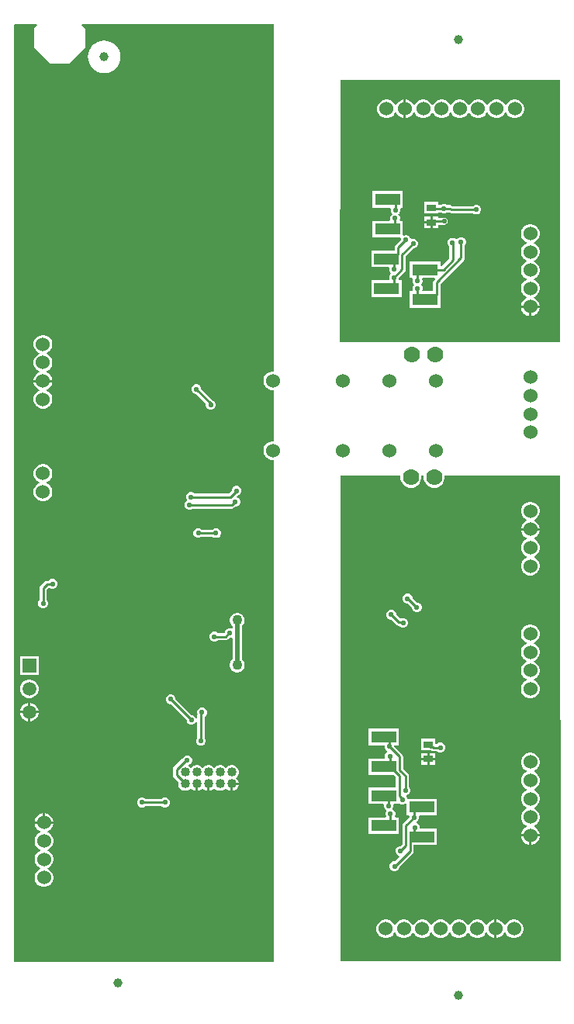
<source format=gbl>
G04*
G04 #@! TF.GenerationSoftware,Altium Limited,Altium Designer,21.2.2 (38)*
G04*
G04 Layer_Physical_Order=2*
G04 Layer_Color=16711680*
%FSLAX25Y25*%
%MOIN*%
G70*
G04*
G04 #@! TF.SameCoordinates,2AD91DA3-6C52-4226-ACA0-88A5DAF987E7*
G04*
G04*
G04 #@! TF.FilePolarity,Positive*
G04*
G01*
G75*
%ADD12C,0.01000*%
%ADD70R,0.04000X0.03000*%
%ADD72R,0.11024X0.05118*%
%ADD74C,0.03937*%
%ADD83C,0.01968*%
%ADD84C,0.06000*%
%ADD85C,0.04000*%
%ADD86C,0.07000*%
%ADD87C,0.05906*%
%ADD88R,0.05906X0.05906*%
%ADD89C,0.02165*%
%ADD90C,0.02165*%
%ADD91C,0.02000*%
%ADD92C,0.04300*%
G36*
X400000Y464961D02*
X305866D01*
X305513Y465315D01*
X305906Y577953D01*
X400000D01*
Y464961D01*
D02*
G37*
G36*
X400263Y407638D02*
X400444Y199436D01*
X400090Y199082D01*
X305767D01*
Y407840D01*
X331439D01*
X331563Y407679D01*
Y406494D01*
X331870Y405350D01*
X332462Y404324D01*
X333300Y403486D01*
X334326Y402893D01*
X335471Y402587D01*
X336655D01*
X337800Y402893D01*
X338826Y403486D01*
X339664Y404324D01*
X340256Y405350D01*
X340563Y406494D01*
Y407679D01*
X340687Y407840D01*
X341439D01*
X341563Y407679D01*
Y406494D01*
X341870Y405350D01*
X342462Y404324D01*
X343300Y403486D01*
X344326Y402893D01*
X345471Y402587D01*
X346655D01*
X347800Y402893D01*
X348826Y403486D01*
X349664Y404324D01*
X350256Y405350D01*
X350563Y406494D01*
Y407679D01*
X350687Y407840D01*
X400061D01*
X400263Y407638D01*
D02*
G37*
G36*
X175221Y601814D02*
X175413Y601352D01*
X173987Y599926D01*
Y595926D01*
Y591926D01*
X180987Y584926D01*
X188987D01*
X195987Y591926D01*
Y595926D01*
Y599926D01*
X194562Y601352D01*
X194753Y601814D01*
X277192Y601814D01*
X277192Y452504D01*
X276166D01*
X275149Y452231D01*
X274237Y451705D01*
X273492Y450960D01*
X272966Y450048D01*
X272693Y449031D01*
Y447977D01*
X272966Y446960D01*
X273492Y446048D01*
X274237Y445303D01*
X275149Y444776D01*
X276166Y444504D01*
X277192D01*
Y422504D01*
X276166D01*
X275149Y422231D01*
X274237Y421705D01*
X273492Y420960D01*
X272966Y420048D01*
X272693Y419031D01*
Y417977D01*
X272966Y416960D01*
X273492Y416048D01*
X274237Y415303D01*
X275149Y414777D01*
X276166Y414504D01*
X277192D01*
X277192Y198645D01*
X165469D01*
X165350Y601460D01*
X165703Y601814D01*
X175221Y601814D01*
D02*
G37*
%LPC*%
G36*
X381235Y569354D02*
X380182D01*
X379165Y569082D01*
X378253Y568555D01*
X377508Y567810D01*
X377048Y567015D01*
X376837Y566964D01*
X376706D01*
X376495Y567015D01*
X376035Y567810D01*
X375291Y568555D01*
X374379Y569082D01*
X373361Y569354D01*
X372308D01*
X371291Y569082D01*
X370379Y568555D01*
X369634Y567810D01*
X369175Y567015D01*
X368963Y566964D01*
X368832D01*
X368621Y567015D01*
X368161Y567810D01*
X367417Y568555D01*
X366505Y569082D01*
X365487Y569354D01*
X364434D01*
X363417Y569082D01*
X362505Y568555D01*
X361760Y567810D01*
X361300Y567015D01*
X361089Y566964D01*
X360958D01*
X360747Y567015D01*
X360287Y567810D01*
X359543Y568555D01*
X358630Y569082D01*
X357613Y569354D01*
X356560D01*
X355543Y569082D01*
X354630Y568555D01*
X353886Y567810D01*
X353426Y567015D01*
X353215Y566964D01*
X353084D01*
X352873Y567015D01*
X352413Y567810D01*
X351669Y568555D01*
X350757Y569082D01*
X349739Y569354D01*
X348686D01*
X347669Y569082D01*
X346757Y568555D01*
X346012Y567810D01*
X345552Y567015D01*
X345341Y566964D01*
X345210D01*
X344999Y567015D01*
X344539Y567810D01*
X343795Y568555D01*
X342882Y569082D01*
X341865Y569354D01*
X340812D01*
X339795Y569082D01*
X338882Y568555D01*
X338138Y567810D01*
X337678Y567015D01*
X337467Y566964D01*
X337336D01*
X337125Y567015D01*
X336665Y567810D01*
X335921Y568555D01*
X335009Y569082D01*
X333991Y569354D01*
X333965D01*
Y565354D01*
Y561354D01*
X333991D01*
X335009Y561627D01*
X335921Y562153D01*
X336665Y562898D01*
X337125Y563694D01*
X337336Y563744D01*
X337467D01*
X337678Y563694D01*
X338138Y562898D01*
X338882Y562153D01*
X339795Y561627D01*
X340812Y561354D01*
X341865D01*
X342882Y561627D01*
X343795Y562153D01*
X344539Y562898D01*
X344999Y563694D01*
X345210Y563744D01*
X345341D01*
X345552Y563694D01*
X346012Y562898D01*
X346757Y562153D01*
X347669Y561627D01*
X348686Y561354D01*
X349739D01*
X350757Y561627D01*
X351669Y562153D01*
X352413Y562898D01*
X352873Y563694D01*
X353084Y563744D01*
X353215D01*
X353426Y563694D01*
X353886Y562898D01*
X354630Y562153D01*
X355543Y561627D01*
X356560Y561354D01*
X357613D01*
X358630Y561627D01*
X359543Y562153D01*
X360287Y562898D01*
X360747Y563694D01*
X360958Y563744D01*
X361089D01*
X361300Y563694D01*
X361760Y562898D01*
X362505Y562153D01*
X363417Y561627D01*
X364434Y561354D01*
X365487D01*
X366505Y561627D01*
X367417Y562153D01*
X368161Y562898D01*
X368621Y563694D01*
X368832Y563744D01*
X368963D01*
X369175Y563694D01*
X369634Y562898D01*
X370379Y562153D01*
X371291Y561627D01*
X372308Y561354D01*
X373361D01*
X374379Y561627D01*
X375291Y562153D01*
X376035Y562898D01*
X376495Y563694D01*
X376706Y563744D01*
X376837D01*
X377048Y563694D01*
X377508Y562898D01*
X378253Y562153D01*
X379165Y561627D01*
X380182Y561354D01*
X381235D01*
X382253Y561627D01*
X383165Y562153D01*
X383910Y562898D01*
X384436Y563810D01*
X384709Y564828D01*
Y565881D01*
X384436Y566898D01*
X383910Y567810D01*
X383165Y568555D01*
X382253Y569082D01*
X381235Y569354D01*
D02*
G37*
G36*
X332965D02*
X332938D01*
X331921Y569082D01*
X331009Y568555D01*
X330264Y567810D01*
X329804Y567015D01*
X329593Y566964D01*
X329462D01*
X329251Y567015D01*
X328791Y567810D01*
X328047Y568555D01*
X327134Y569082D01*
X326117Y569354D01*
X325064D01*
X324047Y569082D01*
X323134Y568555D01*
X322390Y567810D01*
X321863Y566898D01*
X321590Y565881D01*
Y564828D01*
X321863Y563810D01*
X322390Y562898D01*
X323134Y562153D01*
X324047Y561627D01*
X325064Y561354D01*
X326117D01*
X327134Y561627D01*
X328047Y562153D01*
X328791Y562898D01*
X329251Y563694D01*
X329462Y563744D01*
X329593D01*
X329804Y563694D01*
X330264Y562898D01*
X331009Y562153D01*
X331921Y561627D01*
X332938Y561354D01*
X332965D01*
Y565354D01*
Y569354D01*
D02*
G37*
G36*
X347882Y525309D02*
X341882D01*
Y520309D01*
X347882D01*
Y520927D01*
X348829D01*
X349065Y520690D01*
X349831Y520373D01*
X350659D01*
X351425Y520690D01*
X351661Y520927D01*
X352305D01*
X352743Y520634D01*
X353328Y520518D01*
X362757D01*
X362994Y520282D01*
X363759Y519965D01*
X364587D01*
X365353Y520282D01*
X365939Y520867D01*
X366256Y521633D01*
Y522462D01*
X365939Y523227D01*
X365353Y523813D01*
X364587Y524130D01*
X363759D01*
X362994Y523813D01*
X362757Y523577D01*
X353942D01*
X353504Y523869D01*
X352919Y523985D01*
X351661D01*
X351425Y524222D01*
X350659Y524539D01*
X349831D01*
X349065Y524222D01*
X348829Y523985D01*
X347882D01*
Y525309D01*
D02*
G37*
G36*
X344382Y519061D02*
X341882D01*
Y517061D01*
X344382D01*
Y519061D01*
D02*
G37*
G36*
X347882D02*
X345382D01*
Y516561D01*
Y514061D01*
X347882D01*
Y515534D01*
X350342D01*
X350927Y515650D01*
X351423Y515981D01*
X351755Y516478D01*
X351871Y517063D01*
X351755Y517648D01*
X351423Y518144D01*
X350927Y518476D01*
X350342Y518592D01*
X347882D01*
Y519061D01*
D02*
G37*
G36*
X344382Y516061D02*
X341882D01*
Y514061D01*
X344382D01*
Y516061D01*
D02*
G37*
G36*
X358040Y510254D02*
X357211D01*
X356446Y509937D01*
X355860Y509351D01*
X355339Y509401D01*
X355101Y509640D01*
X354335Y509957D01*
X353507D01*
X352742Y509640D01*
X352156Y509054D01*
X351839Y508288D01*
Y507460D01*
X352156Y506694D01*
X352589Y506261D01*
Y500980D01*
X349401Y497792D01*
X348638D01*
Y499822D01*
X335614D01*
Y492704D01*
X336636D01*
X336970Y492204D01*
X336828Y491861D01*
Y491032D01*
X337145Y490267D01*
X337579Y489832D01*
X337138Y489391D01*
X336821Y488626D01*
Y487797D01*
X336934Y487524D01*
X336600Y487024D01*
X335614D01*
Y479906D01*
X348638D01*
Y485376D01*
X348667Y485524D01*
Y490205D01*
X358707Y500245D01*
X359038Y500741D01*
X359155Y501326D01*
Y506755D01*
X359391Y506991D01*
X359708Y507757D01*
Y508586D01*
X359391Y509351D01*
X358805Y509937D01*
X358040Y510254D01*
D02*
G37*
G36*
X332496Y530037D02*
X319472D01*
Y522919D01*
X327221D01*
X327499Y522503D01*
X327374Y522202D01*
Y521374D01*
X327691Y520608D01*
X328084Y520216D01*
X328081Y520202D01*
X327495Y519617D01*
X327178Y518851D01*
Y518023D01*
X327296Y517739D01*
X326962Y517239D01*
X319472D01*
Y510120D01*
X331595D01*
X331873Y509705D01*
X331776Y509469D01*
Y509135D01*
X329433Y506793D01*
X329102Y506297D01*
X328986Y505712D01*
Y504446D01*
X319079D01*
Y497328D01*
X326421D01*
X326699Y496913D01*
X326682Y496871D01*
Y496043D01*
X326999Y495277D01*
X327268Y495009D01*
X327569Y494675D01*
X327268Y494355D01*
X326992Y494079D01*
X326674Y493314D01*
Y492485D01*
X326814Y492148D01*
X326480Y491648D01*
X319079D01*
Y484530D01*
X332102D01*
Y491648D01*
X331034D01*
X330700Y492148D01*
X330840Y492485D01*
Y492717D01*
X333384Y495261D01*
X333715Y495757D01*
X333832Y496342D01*
Y502017D01*
X337141Y505327D01*
X337475D01*
X338241Y505644D01*
X338826Y506229D01*
X339144Y506995D01*
Y507823D01*
X338826Y508589D01*
X338241Y509175D01*
X337475Y509492D01*
X336647D01*
X336403Y509391D01*
X335845Y509701D01*
X335624Y510235D01*
X335038Y510821D01*
X334273Y511138D01*
X333444D01*
X332996Y510952D01*
X332496Y511286D01*
Y517239D01*
X331560D01*
X331226Y517739D01*
X331344Y518023D01*
Y518851D01*
X331026Y519617D01*
X330634Y520009D01*
X330637Y520022D01*
X331223Y520608D01*
X331540Y521374D01*
Y522202D01*
X331415Y522503D01*
X331693Y522919D01*
X332496D01*
Y530037D01*
D02*
G37*
G36*
X387845Y515811D02*
X386792D01*
X385775Y515538D01*
X384863Y515012D01*
X384118Y514267D01*
X383592Y513355D01*
X383319Y512338D01*
Y511284D01*
X383592Y510267D01*
X384118Y509355D01*
X384863Y508610D01*
X385659Y508151D01*
X385709Y507940D01*
Y507808D01*
X385659Y507597D01*
X384863Y507138D01*
X384118Y506393D01*
X383592Y505481D01*
X383319Y504464D01*
Y503410D01*
X383592Y502393D01*
X384118Y501481D01*
X384863Y500736D01*
X385659Y500277D01*
X385709Y500066D01*
Y499934D01*
X385659Y499723D01*
X384863Y499264D01*
X384118Y498519D01*
X383592Y497607D01*
X383319Y496590D01*
Y495536D01*
X383592Y494519D01*
X384118Y493607D01*
X384863Y492862D01*
X385659Y492403D01*
X385709Y492192D01*
Y492060D01*
X385659Y491849D01*
X384863Y491390D01*
X384118Y490645D01*
X383592Y489733D01*
X383319Y488716D01*
Y487662D01*
X383592Y486645D01*
X384118Y485733D01*
X384863Y484988D01*
X385659Y484529D01*
X385709Y484318D01*
Y484186D01*
X385659Y483975D01*
X384863Y483516D01*
X384118Y482771D01*
X383592Y481859D01*
X383319Y480842D01*
Y480815D01*
X387319D01*
X391319D01*
Y480842D01*
X391046Y481859D01*
X390520Y482771D01*
X389775Y483516D01*
X388979Y483975D01*
X388929Y484186D01*
Y484318D01*
X388979Y484529D01*
X389775Y484988D01*
X390520Y485733D01*
X391046Y486645D01*
X391319Y487662D01*
Y488716D01*
X391046Y489733D01*
X390520Y490645D01*
X389775Y491390D01*
X388979Y491849D01*
X388929Y492060D01*
Y492192D01*
X388979Y492403D01*
X389775Y492862D01*
X390520Y493607D01*
X391046Y494519D01*
X391319Y495536D01*
Y496590D01*
X391046Y497607D01*
X390520Y498519D01*
X389775Y499264D01*
X388979Y499723D01*
X388929Y499934D01*
Y500066D01*
X388979Y500277D01*
X389775Y500736D01*
X390520Y501481D01*
X391046Y502393D01*
X391319Y503410D01*
Y504464D01*
X391046Y505481D01*
X390520Y506393D01*
X389775Y507138D01*
X388979Y507597D01*
X388929Y507808D01*
Y507940D01*
X388979Y508151D01*
X389775Y508610D01*
X390520Y509355D01*
X391046Y510267D01*
X391319Y511284D01*
Y512338D01*
X391046Y513355D01*
X390520Y514267D01*
X389775Y515012D01*
X388863Y515538D01*
X387845Y515811D01*
D02*
G37*
G36*
X391319Y479815D02*
X387819D01*
Y476315D01*
X387845D01*
X388863Y476588D01*
X389775Y477114D01*
X390520Y477859D01*
X391046Y478771D01*
X391319Y479788D01*
Y479815D01*
D02*
G37*
G36*
X386819D02*
X383319D01*
Y479788D01*
X383592Y478771D01*
X384118Y477859D01*
X384863Y477114D01*
X385775Y476588D01*
X386792Y476315D01*
X386819D01*
Y479815D01*
D02*
G37*
%LPD*%
G36*
X346378Y492242D02*
X346056Y491920D01*
X345725Y491424D01*
X345608Y490839D01*
Y487024D01*
X341207D01*
X340873Y487524D01*
X340986Y487797D01*
Y488626D01*
X340669Y489391D01*
X340235Y489825D01*
X340676Y490267D01*
X340993Y491032D01*
Y491861D01*
X340851Y492204D01*
X341185Y492704D01*
X346187D01*
X346378Y492242D01*
D02*
G37*
%LPC*%
G36*
X387928Y396520D02*
X386875D01*
X385858Y396247D01*
X384946Y395721D01*
X384201Y394976D01*
X383674Y394064D01*
X383402Y393046D01*
Y391993D01*
X383674Y390976D01*
X384201Y390064D01*
X384946Y389319D01*
X385741Y388860D01*
X385792Y388648D01*
Y388517D01*
X385741Y388306D01*
X384946Y387846D01*
X384201Y387102D01*
X383674Y386190D01*
X383402Y385172D01*
Y385146D01*
X387402D01*
X391402D01*
Y385172D01*
X391129Y386190D01*
X390602Y387102D01*
X389858Y387846D01*
X389062Y388306D01*
X389011Y388517D01*
Y388648D01*
X389062Y388860D01*
X389858Y389319D01*
X390602Y390064D01*
X391129Y390976D01*
X391402Y391993D01*
Y393046D01*
X391129Y394064D01*
X390602Y394976D01*
X389858Y395721D01*
X388946Y396247D01*
X387928Y396520D01*
D02*
G37*
G36*
X391402Y384146D02*
X387402D01*
X383402D01*
Y384119D01*
X383674Y383102D01*
X384201Y382190D01*
X384946Y381445D01*
X385741Y380985D01*
X385792Y380774D01*
Y380643D01*
X385741Y380432D01*
X384946Y379972D01*
X384201Y379228D01*
X383674Y378316D01*
X383402Y377298D01*
Y376245D01*
X383674Y375228D01*
X384201Y374316D01*
X384946Y373571D01*
X385741Y373112D01*
X385792Y372900D01*
Y372769D01*
X385741Y372558D01*
X384946Y372098D01*
X384201Y371354D01*
X383674Y370442D01*
X383402Y369424D01*
Y368371D01*
X383674Y367354D01*
X384201Y366442D01*
X384946Y365697D01*
X385858Y365170D01*
X386875Y364898D01*
X387928D01*
X388946Y365170D01*
X389858Y365697D01*
X390602Y366442D01*
X391129Y367354D01*
X391402Y368371D01*
Y369424D01*
X391129Y370442D01*
X390602Y371354D01*
X389858Y372098D01*
X389062Y372558D01*
X389011Y372769D01*
Y372900D01*
X389062Y373112D01*
X389858Y373571D01*
X390602Y374316D01*
X391129Y375228D01*
X391402Y376245D01*
Y377298D01*
X391129Y378316D01*
X390602Y379228D01*
X389858Y379972D01*
X389062Y380432D01*
X389011Y380643D01*
Y380774D01*
X389062Y380985D01*
X389858Y381445D01*
X390602Y382190D01*
X391129Y383102D01*
X391402Y384119D01*
Y384146D01*
D02*
G37*
G36*
X335016Y356979D02*
X334187D01*
X333422Y356662D01*
X332836Y356076D01*
X332519Y355311D01*
Y354482D01*
X332836Y353716D01*
X333422Y353131D01*
X334187Y352814D01*
X334654D01*
X336500Y350968D01*
Y350767D01*
X336817Y350001D01*
X337403Y349415D01*
X338168Y349098D01*
X338997D01*
X339762Y349415D01*
X340348Y350001D01*
X340665Y350767D01*
Y351595D01*
X340348Y352361D01*
X339762Y352947D01*
X338997Y353264D01*
X338530D01*
X336684Y355109D01*
Y355311D01*
X336367Y356076D01*
X335781Y356662D01*
X335016Y356979D01*
D02*
G37*
G36*
X327973Y350114D02*
X327145D01*
X326379Y349797D01*
X325793Y349211D01*
X325476Y348446D01*
Y347617D01*
X325793Y346852D01*
X326379Y346266D01*
X327145Y345949D01*
X327479D01*
X329798Y343630D01*
X330294Y343298D01*
X330879Y343182D01*
X331038D01*
X331497Y342723D01*
X332263Y342406D01*
X333091D01*
X333857Y342723D01*
X334443Y343308D01*
X334760Y344074D01*
Y344902D01*
X334443Y345668D01*
X333857Y346254D01*
X333091Y346571D01*
X332263D01*
X331499Y346254D01*
X329642Y348112D01*
Y348446D01*
X329325Y349211D01*
X328739Y349797D01*
X327973Y350114D01*
D02*
G37*
G36*
X387845Y343764D02*
X386792D01*
X385775Y343491D01*
X384863Y342965D01*
X384118Y342220D01*
X383592Y341308D01*
X383319Y340290D01*
Y339237D01*
X383592Y338220D01*
X384118Y337308D01*
X384863Y336563D01*
X385659Y336104D01*
X385709Y335893D01*
Y335761D01*
X385659Y335550D01*
X384863Y335091D01*
X384118Y334346D01*
X383592Y333434D01*
X383319Y332416D01*
Y331363D01*
X383592Y330346D01*
X384118Y329434D01*
X384863Y328689D01*
X385659Y328230D01*
X385709Y328018D01*
Y327887D01*
X385659Y327676D01*
X384863Y327217D01*
X384118Y326472D01*
X383592Y325560D01*
X383319Y324542D01*
Y323489D01*
X383592Y322472D01*
X384118Y321560D01*
X384863Y320815D01*
X385659Y320356D01*
X385709Y320145D01*
Y320013D01*
X385659Y319802D01*
X384863Y319342D01*
X384118Y318598D01*
X383592Y317686D01*
X383319Y316668D01*
Y315615D01*
X383592Y314598D01*
X384118Y313686D01*
X384863Y312941D01*
X385775Y312414D01*
X386792Y312142D01*
X387845D01*
X388863Y312414D01*
X389775Y312941D01*
X390520Y313686D01*
X391046Y314598D01*
X391319Y315615D01*
Y316668D01*
X391046Y317686D01*
X390520Y318598D01*
X389775Y319342D01*
X388979Y319802D01*
X388929Y320013D01*
Y320145D01*
X388979Y320356D01*
X389775Y320815D01*
X390520Y321560D01*
X391046Y322472D01*
X391319Y323489D01*
Y324542D01*
X391046Y325560D01*
X390520Y326472D01*
X389775Y327217D01*
X388979Y327676D01*
X388929Y327887D01*
Y328018D01*
X388979Y328230D01*
X389775Y328689D01*
X390520Y329434D01*
X391046Y330346D01*
X391319Y331363D01*
Y332416D01*
X391046Y333434D01*
X390520Y334346D01*
X389775Y335091D01*
X388979Y335550D01*
X388929Y335761D01*
Y335893D01*
X388979Y336104D01*
X389775Y336563D01*
X390520Y337308D01*
X391046Y338220D01*
X391319Y339237D01*
Y340290D01*
X391046Y341308D01*
X390520Y342220D01*
X389775Y342965D01*
X388863Y343491D01*
X387845Y343764D01*
D02*
G37*
G36*
X346604Y294772D02*
X340604D01*
Y289772D01*
X344456D01*
X344604Y289742D01*
X344898D01*
X345200Y289541D01*
X345785Y289424D01*
X347270D01*
X347506Y289188D01*
X348271Y288871D01*
X349100D01*
X349865Y289188D01*
X350451Y289774D01*
X350768Y290539D01*
Y291368D01*
X350451Y292133D01*
X349865Y292719D01*
X349100Y293036D01*
X348271D01*
X347506Y292719D01*
X347270Y292483D01*
X346604D01*
Y294772D01*
D02*
G37*
G36*
Y288524D02*
X344104D01*
Y286524D01*
X346604D01*
Y288524D01*
D02*
G37*
G36*
X343104D02*
X340604D01*
Y286524D01*
X343104D01*
Y288524D01*
D02*
G37*
G36*
X346604Y285524D02*
X344104D01*
Y283524D01*
X346604D01*
Y285524D01*
D02*
G37*
G36*
X343104D02*
X340604D01*
Y283524D01*
X343104D01*
Y285524D01*
D02*
G37*
G36*
X387928Y288646D02*
X386875D01*
X385858Y288373D01*
X384946Y287846D01*
X384201Y287102D01*
X383674Y286190D01*
X383402Y285172D01*
Y284119D01*
X383674Y283102D01*
X384201Y282190D01*
X384946Y281445D01*
X385741Y280985D01*
X385792Y280774D01*
Y280643D01*
X385741Y280432D01*
X384946Y279973D01*
X384201Y279228D01*
X383674Y278316D01*
X383402Y277298D01*
Y276245D01*
X383674Y275228D01*
X384201Y274316D01*
X384946Y273571D01*
X385741Y273112D01*
X385792Y272900D01*
Y272769D01*
X385741Y272558D01*
X384946Y272098D01*
X384201Y271354D01*
X383674Y270442D01*
X383402Y269424D01*
Y268371D01*
X383674Y267354D01*
X384201Y266442D01*
X384946Y265697D01*
X385741Y265237D01*
X385792Y265026D01*
Y264895D01*
X385741Y264684D01*
X384946Y264224D01*
X384201Y263480D01*
X383674Y262568D01*
X383402Y261550D01*
Y260497D01*
X383674Y259480D01*
X384201Y258568D01*
X384946Y257823D01*
X385741Y257364D01*
X385792Y257152D01*
Y257021D01*
X385741Y256810D01*
X384946Y256350D01*
X384201Y255606D01*
X383674Y254694D01*
X383402Y253676D01*
Y253650D01*
X387402D01*
X391402D01*
Y253676D01*
X391129Y254694D01*
X390602Y255606D01*
X389858Y256350D01*
X389062Y256810D01*
X389011Y257021D01*
Y257152D01*
X389062Y257364D01*
X389858Y257823D01*
X390602Y258568D01*
X391129Y259480D01*
X391402Y260497D01*
Y261550D01*
X391129Y262568D01*
X390602Y263480D01*
X389858Y264224D01*
X389062Y264684D01*
X389011Y264895D01*
Y265026D01*
X389062Y265237D01*
X389858Y265697D01*
X390602Y266442D01*
X391129Y267354D01*
X391402Y268371D01*
Y269424D01*
X391129Y270442D01*
X390602Y271354D01*
X389858Y272098D01*
X389062Y272558D01*
X389011Y272769D01*
Y272900D01*
X389062Y273112D01*
X389858Y273571D01*
X390602Y274316D01*
X391129Y275228D01*
X391402Y276245D01*
Y277298D01*
X391129Y278316D01*
X390602Y279228D01*
X389858Y279973D01*
X389062Y280432D01*
X389011Y280643D01*
Y280774D01*
X389062Y280985D01*
X389858Y281445D01*
X390602Y282190D01*
X391129Y283102D01*
X391402Y284119D01*
Y285172D01*
X391129Y286190D01*
X390602Y287102D01*
X389858Y287846D01*
X388946Y288373D01*
X387928Y288646D01*
D02*
G37*
G36*
X391402Y252650D02*
X387902D01*
Y249150D01*
X387928D01*
X388946Y249422D01*
X389858Y249949D01*
X390602Y250694D01*
X391129Y251606D01*
X391402Y252623D01*
Y252650D01*
D02*
G37*
G36*
X386902D02*
X383402D01*
Y252623D01*
X383674Y251606D01*
X384201Y250694D01*
X384946Y249949D01*
X385858Y249422D01*
X386875Y249150D01*
X386902D01*
Y252650D01*
D02*
G37*
G36*
X330905Y298989D02*
X317882D01*
Y291871D01*
X324651D01*
X324747Y291727D01*
Y290898D01*
X325065Y290133D01*
X325650Y289547D01*
X325866Y289458D01*
Y288916D01*
X325814Y288895D01*
X325229Y288309D01*
X324911Y287544D01*
Y286715D01*
X324956Y286606D01*
X324679Y286191D01*
X317882D01*
Y279073D01*
X328666D01*
X329635Y278104D01*
Y273746D01*
X317940D01*
Y266628D01*
X324187D01*
X324409Y266296D01*
Y265468D01*
X324726Y264702D01*
X325312Y264116D01*
X325366Y264094D01*
X325426Y263791D01*
X325429Y263527D01*
X325146Y262843D01*
Y262014D01*
X325380Y261448D01*
X325128Y260980D01*
X325087Y260947D01*
X317940D01*
Y253829D01*
X330964D01*
Y260947D01*
X329369D01*
X329328Y260980D01*
X329076Y261448D01*
X329311Y262014D01*
Y262843D01*
X328994Y263608D01*
X328408Y264194D01*
X328354Y264216D01*
X328293Y264520D01*
X328291Y264784D01*
X328574Y265468D01*
Y266296D01*
X328796Y266628D01*
X330964D01*
X330964Y266628D01*
Y266628D01*
X331464Y266682D01*
X331945Y266482D01*
X332774D01*
X333539Y266799D01*
X333664Y266924D01*
X334164Y266717D01*
Y261782D01*
X335077D01*
X335355Y261366D01*
X335351Y261355D01*
Y261021D01*
X332823Y258493D01*
X332491Y257997D01*
X332375Y257412D01*
Y249446D01*
X331516Y248587D01*
X331182D01*
X330416Y248270D01*
X329830Y247684D01*
X329513Y246919D01*
Y246090D01*
X329830Y245325D01*
X330416Y244739D01*
X330916Y244532D01*
X331050Y243960D01*
X329106Y242015D01*
X328586D01*
X327820Y241698D01*
X327234Y241112D01*
X326917Y240347D01*
Y239518D01*
X327234Y238753D01*
X327820Y238167D01*
X328586Y237850D01*
X329414D01*
X330180Y238167D01*
X330766Y238753D01*
X331083Y239518D01*
Y239666D01*
X336773Y245357D01*
X337105Y245853D01*
X337221Y246438D01*
Y248983D01*
X347187D01*
Y256101D01*
X339834D01*
X339775Y256190D01*
Y257018D01*
X339458Y257784D01*
X338873Y258369D01*
X338423Y258556D01*
Y259097D01*
X338613Y259175D01*
X339199Y259761D01*
X339516Y260527D01*
Y261355D01*
X339511Y261366D01*
X339789Y261782D01*
X347187D01*
Y268900D01*
X334442D01*
Y268979D01*
X334125Y269745D01*
X333979Y269891D01*
X334161Y270391D01*
X334926Y270708D01*
X335512Y271294D01*
X335829Y272059D01*
Y272888D01*
X335512Y273653D01*
X335276Y273890D01*
Y278704D01*
X335160Y279289D01*
X334828Y279785D01*
X332712Y281901D01*
Y286961D01*
X332595Y287546D01*
X332264Y288042D01*
X328935Y291371D01*
X328961Y291799D01*
X329009Y291871D01*
X330905D01*
Y298989D01*
D02*
G37*
G36*
X371941Y217032D02*
X371914D01*
X370897Y216759D01*
X369985Y216232D01*
X369240Y215488D01*
X368781Y214692D01*
X368570Y214641D01*
X368438D01*
X368227Y214692D01*
X367768Y215488D01*
X367023Y216232D01*
X366111Y216759D01*
X365093Y217032D01*
X364040D01*
X363023Y216759D01*
X362111Y216232D01*
X361366Y215488D01*
X360907Y214692D01*
X360696Y214641D01*
X360564D01*
X360353Y214692D01*
X359894Y215488D01*
X359149Y216232D01*
X358237Y216759D01*
X357220Y217032D01*
X356166D01*
X355149Y216759D01*
X354237Y216232D01*
X353492Y215488D01*
X353033Y214692D01*
X352822Y214641D01*
X352690D01*
X352479Y214692D01*
X352020Y215488D01*
X351275Y216232D01*
X350363Y216759D01*
X349345Y217032D01*
X348292D01*
X347275Y216759D01*
X346363Y216232D01*
X345618Y215488D01*
X345159Y214692D01*
X344948Y214641D01*
X344816D01*
X344605Y214692D01*
X344146Y215488D01*
X343401Y216232D01*
X342489Y216759D01*
X341472Y217032D01*
X340418D01*
X339401Y216759D01*
X338489Y216232D01*
X337744Y215488D01*
X337285Y214692D01*
X337073Y214641D01*
X336942D01*
X336731Y214692D01*
X336272Y215488D01*
X335527Y216232D01*
X334615Y216759D01*
X333597Y217032D01*
X332544D01*
X331527Y216759D01*
X330615Y216232D01*
X329870Y215488D01*
X329411Y214692D01*
X329200Y214641D01*
X329068D01*
X328857Y214692D01*
X328398Y215488D01*
X327653Y216232D01*
X326741Y216759D01*
X325724Y217032D01*
X324670D01*
X323653Y216759D01*
X322741Y216232D01*
X321996Y215488D01*
X321469Y214575D01*
X321197Y213558D01*
Y212505D01*
X321469Y211488D01*
X321996Y210575D01*
X322741Y209831D01*
X323653Y209304D01*
X324670Y209032D01*
X325724D01*
X326741Y209304D01*
X327653Y209831D01*
X328398Y210575D01*
X328857Y211371D01*
X329068Y211422D01*
X329200D01*
X329411Y211371D01*
X329870Y210575D01*
X330615Y209831D01*
X331527Y209304D01*
X332544Y209032D01*
X333597D01*
X334615Y209304D01*
X335527Y209831D01*
X336272Y210575D01*
X336731Y211371D01*
X336942Y211422D01*
X337073D01*
X337285Y211371D01*
X337744Y210575D01*
X338489Y209831D01*
X339401Y209304D01*
X340418Y209032D01*
X341472D01*
X342489Y209304D01*
X343401Y209831D01*
X344146Y210575D01*
X344605Y211371D01*
X344816Y211422D01*
X344948D01*
X345159Y211371D01*
X345618Y210575D01*
X346363Y209831D01*
X347275Y209304D01*
X348292Y209032D01*
X349345D01*
X350363Y209304D01*
X351275Y209831D01*
X352020Y210575D01*
X352479Y211371D01*
X352690Y211422D01*
X352822D01*
X353033Y211371D01*
X353492Y210575D01*
X354237Y209831D01*
X355149Y209304D01*
X356166Y209032D01*
X357220D01*
X358237Y209304D01*
X359149Y209831D01*
X359894Y210575D01*
X360353Y211371D01*
X360564Y211422D01*
X360696D01*
X360907Y211371D01*
X361366Y210575D01*
X362111Y209831D01*
X363023Y209304D01*
X364040Y209032D01*
X365093D01*
X366111Y209304D01*
X367023Y209831D01*
X367768Y210575D01*
X368227Y211371D01*
X368438Y211422D01*
X368570D01*
X368781Y211371D01*
X369240Y210575D01*
X369985Y209831D01*
X370897Y209304D01*
X371914Y209032D01*
X371941D01*
Y213032D01*
Y217032D01*
D02*
G37*
G36*
X380842D02*
X379788D01*
X378771Y216759D01*
X377859Y216232D01*
X377114Y215488D01*
X376655Y214692D01*
X376444Y214641D01*
X376312D01*
X376101Y214692D01*
X375642Y215488D01*
X374897Y216232D01*
X373985Y216759D01*
X372968Y217032D01*
X372941D01*
Y213032D01*
Y209032D01*
X372968D01*
X373985Y209304D01*
X374897Y209831D01*
X375642Y210575D01*
X376101Y211371D01*
X376312Y211422D01*
X376444D01*
X376655Y211371D01*
X377114Y210575D01*
X377859Y209831D01*
X378771Y209304D01*
X379788Y209032D01*
X380842D01*
X381859Y209304D01*
X382771Y209831D01*
X383516Y210575D01*
X384042Y211488D01*
X384315Y212505D01*
Y213558D01*
X384042Y214575D01*
X383516Y215488D01*
X382771Y216232D01*
X381859Y216759D01*
X380842Y217032D01*
D02*
G37*
G36*
X204269Y594709D02*
X202896Y594574D01*
X201577Y594173D01*
X200361Y593523D01*
X199295Y592649D01*
X198420Y591583D01*
X197770Y590367D01*
X197370Y589047D01*
X197235Y587675D01*
X197370Y586303D01*
X197770Y584983D01*
X198420Y583767D01*
X199295Y582701D01*
X200361Y581826D01*
X201577Y581176D01*
X202896Y580776D01*
X204269Y580641D01*
X205641Y580776D01*
X206960Y581176D01*
X208176Y581826D01*
X209242Y582701D01*
X210117Y583767D01*
X210767Y584983D01*
X211167Y586303D01*
X211302Y587675D01*
X211167Y589047D01*
X210767Y590367D01*
X210117Y591583D01*
X209242Y592649D01*
X208176Y593523D01*
X206960Y594173D01*
X205641Y594574D01*
X204269Y594709D01*
D02*
G37*
G36*
X178479Y468173D02*
X177426D01*
X176409Y467901D01*
X175497Y467374D01*
X174752Y466629D01*
X174225Y465717D01*
X173953Y464700D01*
Y463647D01*
X174225Y462629D01*
X174752Y461717D01*
X175497Y460972D01*
X176292Y460513D01*
X176343Y460302D01*
Y460171D01*
X176292Y459959D01*
X175497Y459500D01*
X174752Y458755D01*
X174225Y457843D01*
X173953Y456826D01*
Y455773D01*
X174225Y454755D01*
X174752Y453843D01*
X175497Y453098D01*
X176292Y452639D01*
X176343Y452428D01*
Y452296D01*
X176292Y452085D01*
X175497Y451626D01*
X174752Y450881D01*
X174225Y449969D01*
X173953Y448952D01*
Y448925D01*
X177953D01*
X181953D01*
Y448952D01*
X181680Y449969D01*
X181154Y450881D01*
X180409Y451626D01*
X179613Y452085D01*
X179563Y452296D01*
Y452428D01*
X179613Y452639D01*
X180409Y453098D01*
X181154Y453843D01*
X181680Y454755D01*
X181953Y455773D01*
Y456826D01*
X181680Y457843D01*
X181154Y458755D01*
X180409Y459500D01*
X179613Y459959D01*
X179563Y460171D01*
Y460302D01*
X179613Y460513D01*
X180409Y460972D01*
X181154Y461717D01*
X181680Y462629D01*
X181953Y463647D01*
Y464700D01*
X181680Y465717D01*
X181154Y466629D01*
X180409Y467374D01*
X179497Y467901D01*
X178479Y468173D01*
D02*
G37*
G36*
X181953Y447925D02*
X177953D01*
X173953D01*
Y447899D01*
X174225Y446881D01*
X174752Y445969D01*
X175497Y445224D01*
X176292Y444765D01*
X176343Y444554D01*
Y444422D01*
X176292Y444211D01*
X175497Y443752D01*
X174752Y443007D01*
X174225Y442095D01*
X173953Y441078D01*
Y440025D01*
X174225Y439007D01*
X174752Y438095D01*
X175497Y437350D01*
X176409Y436824D01*
X177426Y436551D01*
X178479D01*
X179497Y436824D01*
X180409Y437350D01*
X181154Y438095D01*
X181680Y439007D01*
X181953Y440025D01*
Y441078D01*
X181680Y442095D01*
X181154Y443007D01*
X180409Y443752D01*
X179613Y444211D01*
X179563Y444422D01*
Y444554D01*
X179613Y444765D01*
X180409Y445224D01*
X181154Y445969D01*
X181680Y446881D01*
X181953Y447899D01*
Y447925D01*
D02*
G37*
G36*
X244284Y446965D02*
X243456D01*
X242690Y446648D01*
X242104Y446062D01*
X241787Y445296D01*
Y444468D01*
X242104Y443702D01*
X242690Y443116D01*
X243456Y442799D01*
X243790D01*
X247937Y438652D01*
X247917Y438603D01*
Y437775D01*
X248234Y437009D01*
X248820Y436423D01*
X249586Y436106D01*
X250414D01*
X251180Y436423D01*
X251766Y437009D01*
X252083Y437775D01*
Y438603D01*
X251766Y439369D01*
X251180Y439955D01*
X250805Y440110D01*
X245953Y444962D01*
Y445296D01*
X245636Y446062D01*
X245050Y446648D01*
X244284Y446965D01*
D02*
G37*
G36*
X261524Y403367D02*
X260696D01*
X259930Y403050D01*
X259344Y402464D01*
X259027Y401698D01*
Y401365D01*
X257801Y400138D01*
X242937D01*
X242701Y400375D01*
X241935Y400692D01*
X241107D01*
X240341Y400375D01*
X239755Y399789D01*
X239438Y399023D01*
Y398195D01*
X239755Y397429D01*
X239818Y397366D01*
X239673Y396805D01*
X239173Y396305D01*
X238856Y395539D01*
Y394711D01*
X239173Y393946D01*
X239759Y393360D01*
X240524Y393042D01*
X241353D01*
X242118Y393360D01*
X242354Y393596D01*
X258983D01*
X259568Y393712D01*
X260065Y394044D01*
X260395Y394374D01*
X261044D01*
X261810Y394691D01*
X262396Y395277D01*
X262713Y396042D01*
Y396871D01*
X262396Y397636D01*
X261810Y398222D01*
X261397Y398393D01*
X261236Y398945D01*
X261433Y399202D01*
X261524D01*
X262290Y399519D01*
X262875Y400105D01*
X263193Y400870D01*
Y401698D01*
X262875Y402464D01*
X262290Y403050D01*
X261524Y403367D01*
D02*
G37*
G36*
X178479Y412661D02*
X177426D01*
X176409Y412389D01*
X175497Y411862D01*
X174752Y411118D01*
X174225Y410205D01*
X173953Y409188D01*
Y408135D01*
X174225Y407118D01*
X174752Y406205D01*
X175497Y405461D01*
X176292Y405001D01*
X176343Y404790D01*
Y404659D01*
X176292Y404448D01*
X175497Y403988D01*
X174752Y403243D01*
X174225Y402331D01*
X173953Y401314D01*
Y400261D01*
X174225Y399243D01*
X174752Y398331D01*
X175497Y397587D01*
X176409Y397060D01*
X177426Y396787D01*
X178479D01*
X179497Y397060D01*
X180409Y397587D01*
X181154Y398331D01*
X181680Y399243D01*
X181953Y400261D01*
Y401314D01*
X181680Y402331D01*
X181154Y403243D01*
X180409Y403988D01*
X179613Y404448D01*
X179563Y404659D01*
Y404790D01*
X179613Y405001D01*
X180409Y405461D01*
X181154Y406205D01*
X181680Y407118D01*
X181953Y408135D01*
Y409188D01*
X181680Y410205D01*
X181154Y411118D01*
X180409Y411862D01*
X179497Y412389D01*
X178479Y412661D01*
D02*
G37*
G36*
X245127Y385155D02*
X244299D01*
X243533Y384838D01*
X242948Y384252D01*
X242630Y383487D01*
Y382658D01*
X242948Y381892D01*
X243533Y381307D01*
X244299Y380990D01*
X245127D01*
X245893Y381307D01*
X246119Y381533D01*
X250861D01*
X251107Y381288D01*
X251872Y380971D01*
X252701D01*
X253466Y381288D01*
X254052Y381873D01*
X254369Y382639D01*
Y383468D01*
X254052Y384233D01*
X253466Y384819D01*
X252701Y385136D01*
X251872D01*
X251107Y384819D01*
X250880Y384592D01*
X246139D01*
X245893Y384838D01*
X245127Y385155D01*
D02*
G37*
G36*
X182428Y363346D02*
X181599D01*
X180834Y363029D01*
X180375Y362569D01*
X179685D01*
X179100Y362453D01*
X178604Y362122D01*
X176896Y360414D01*
X176565Y359917D01*
X176448Y359332D01*
Y354211D01*
X176212Y353975D01*
X175895Y353209D01*
Y352380D01*
X176212Y351615D01*
X176798Y351029D01*
X177563Y350712D01*
X178392D01*
X179157Y351029D01*
X179743Y351615D01*
X180060Y352380D01*
Y353209D01*
X179743Y353975D01*
X179507Y354211D01*
Y358699D01*
X180319Y359511D01*
X180821D01*
X180834Y359497D01*
X181599Y359180D01*
X182428D01*
X183194Y359497D01*
X183779Y360083D01*
X184096Y360849D01*
Y361677D01*
X183779Y362443D01*
X183194Y363029D01*
X182428Y363346D01*
D02*
G37*
G36*
X261832Y348819D02*
X261003D01*
X260202Y348605D01*
X259483Y348190D01*
X258897Y347603D01*
X258482Y346885D01*
X258267Y346084D01*
Y345255D01*
X258482Y344453D01*
X258897Y343735D01*
X259394Y343238D01*
Y342395D01*
X258979Y342117D01*
X258682Y342240D01*
X257854D01*
X257088Y341923D01*
X256502Y341337D01*
X256185Y340572D01*
Y340553D01*
X255720Y340089D01*
X252991D01*
X252754Y340325D01*
X251989Y340642D01*
X251161D01*
X250395Y340325D01*
X249809Y339739D01*
X249492Y338973D01*
Y338145D01*
X249809Y337379D01*
X250395Y336793D01*
X251161Y336476D01*
X251989D01*
X252754Y336793D01*
X252991Y337030D01*
X256354D01*
X256939Y337146D01*
X257435Y337478D01*
X258033Y338075D01*
X258682D01*
X258979Y338198D01*
X259394Y337920D01*
Y328810D01*
X258897Y328312D01*
X258482Y327594D01*
X258267Y326793D01*
Y325963D01*
X258482Y325162D01*
X258897Y324444D01*
X259483Y323857D01*
X260202Y323443D01*
X261003Y323228D01*
X261832D01*
X262633Y323443D01*
X263351Y323857D01*
X263938Y324444D01*
X264353Y325162D01*
X264567Y325963D01*
Y326793D01*
X264353Y327594D01*
X263938Y328312D01*
X263440Y328810D01*
Y343238D01*
X263938Y343735D01*
X264353Y344453D01*
X264567Y345255D01*
Y346084D01*
X264353Y346885D01*
X263938Y347603D01*
X263351Y348190D01*
X262633Y348605D01*
X261832Y348819D01*
D02*
G37*
G36*
X176000Y330095D02*
X168095D01*
Y322189D01*
X176000D01*
Y330095D01*
D02*
G37*
G36*
X172568Y320094D02*
X171527D01*
X170521Y319825D01*
X169620Y319305D01*
X168884Y318569D01*
X168364Y317667D01*
X168095Y316662D01*
Y315621D01*
X168364Y314616D01*
X168884Y313715D01*
X169620Y312979D01*
X170521Y312458D01*
X171527Y312189D01*
X172568D01*
X173573Y312458D01*
X174474Y312979D01*
X175210Y313715D01*
X175731Y314616D01*
X176000Y315621D01*
Y316662D01*
X175731Y317667D01*
X175210Y318569D01*
X174474Y319305D01*
X173573Y319825D01*
X172568Y320094D01*
D02*
G37*
G36*
Y310094D02*
X172547D01*
Y306642D01*
X176000D01*
Y306662D01*
X175731Y307667D01*
X175210Y308569D01*
X174474Y309305D01*
X173573Y309825D01*
X172568Y310094D01*
D02*
G37*
G36*
X171547D02*
X171527D01*
X170521Y309825D01*
X169620Y309305D01*
X168884Y308569D01*
X168364Y307667D01*
X168095Y306662D01*
Y306642D01*
X171547D01*
Y310094D01*
D02*
G37*
G36*
X176000Y305642D02*
X172547D01*
Y302189D01*
X172568D01*
X173573Y302458D01*
X174474Y302979D01*
X175210Y303715D01*
X175731Y304616D01*
X176000Y305621D01*
Y305642D01*
D02*
G37*
G36*
X171547D02*
X168095D01*
Y305621D01*
X168364Y304616D01*
X168884Y303715D01*
X169620Y302979D01*
X170521Y302458D01*
X171527Y302189D01*
X171547D01*
Y305642D01*
D02*
G37*
G36*
X233235Y313725D02*
X232406D01*
X231641Y313408D01*
X231055Y312822D01*
X230738Y312057D01*
Y311228D01*
X231055Y310463D01*
X231641Y309877D01*
X232406Y309560D01*
X232753D01*
X239650Y302663D01*
Y302342D01*
X239967Y301576D01*
X240552Y300990D01*
X241318Y300673D01*
X242146D01*
X242912Y300990D01*
X243498Y301576D01*
X243772Y302237D01*
X244272Y302138D01*
Y295162D01*
X244036Y294926D01*
X243719Y294160D01*
Y293332D01*
X244036Y292566D01*
X244621Y291980D01*
X245387Y291663D01*
X246216D01*
X246981Y291980D01*
X247567Y292566D01*
X247884Y293332D01*
Y294160D01*
X247567Y294926D01*
X247331Y295162D01*
Y304137D01*
X247477Y304198D01*
X248063Y304784D01*
X248380Y305549D01*
Y306378D01*
X248063Y307143D01*
X247477Y307729D01*
X246712Y308046D01*
X245883D01*
X245118Y307729D01*
X244532Y307143D01*
X244215Y306378D01*
Y305549D01*
X244307Y305327D01*
X244272Y305152D01*
Y303374D01*
X243772Y303274D01*
X243498Y303936D01*
X242912Y304521D01*
X242146Y304839D01*
X241800D01*
X234903Y311736D01*
Y312057D01*
X234586Y312822D01*
X234000Y313408D01*
X233235Y313725D01*
D02*
G37*
G36*
X262027Y274815D02*
X259555D01*
Y272343D01*
X260213Y272519D01*
X260897Y272914D01*
X261456Y273473D01*
X261851Y274157D01*
X262027Y274815D01*
D02*
G37*
G36*
X240314Y287495D02*
X239486D01*
X238720Y287178D01*
X238135Y286592D01*
X238041Y286366D01*
X237899Y286271D01*
X234302Y282675D01*
X233970Y282178D01*
X233854Y281593D01*
Y278987D01*
X233970Y278401D01*
X234302Y277905D01*
X236149Y276059D01*
X236055Y275710D01*
Y274920D01*
X236260Y274157D01*
X236654Y273473D01*
X237213Y272914D01*
X237897Y272519D01*
X238660Y272315D01*
X239450D01*
X240213Y272519D01*
X240897Y272914D01*
X241216Y273233D01*
X241555Y273418D01*
X241895Y273233D01*
X242213Y272914D01*
X242897Y272519D01*
X243555Y272343D01*
Y275315D01*
X244555D01*
Y272343D01*
X245213Y272519D01*
X245897Y272914D01*
X246216Y273233D01*
X246555Y273418D01*
X246895Y273233D01*
X247213Y272914D01*
X247897Y272519D01*
X248555Y272343D01*
Y275315D01*
X249555D01*
Y272343D01*
X250213Y272519D01*
X250897Y272914D01*
X251216Y273233D01*
X251555Y273418D01*
X251894Y273233D01*
X252213Y272914D01*
X252897Y272519D01*
X253660Y272315D01*
X254450D01*
X255213Y272519D01*
X255897Y272914D01*
X256216Y273233D01*
X256555Y273418D01*
X256894Y273233D01*
X257213Y272914D01*
X257897Y272519D01*
X258555Y272343D01*
Y275315D01*
X259055D01*
Y275815D01*
X262027D01*
X261851Y276473D01*
X261456Y277157D01*
X261137Y277476D01*
X260951Y277815D01*
X261137Y278154D01*
X261456Y278473D01*
X261851Y279157D01*
X262055Y279920D01*
Y280710D01*
X261851Y281473D01*
X261456Y282157D01*
X260897Y282716D01*
X260213Y283110D01*
X259450Y283315D01*
X258660D01*
X257897Y283110D01*
X257213Y282716D01*
X256894Y282397D01*
X256555Y282211D01*
X256216Y282397D01*
X255897Y282716D01*
X255213Y283110D01*
X254450Y283315D01*
X253660D01*
X252897Y283110D01*
X252213Y282716D01*
X251894Y282397D01*
X251555Y282211D01*
X251216Y282397D01*
X250897Y282716D01*
X250213Y283110D01*
X249450Y283315D01*
X248660D01*
X247897Y283110D01*
X247213Y282716D01*
X246895Y282397D01*
X246555Y282211D01*
X246216Y282397D01*
X245897Y282716D01*
X245213Y283110D01*
X244450Y283315D01*
X243660D01*
X242897Y283110D01*
X242213Y282716D01*
X241895Y282397D01*
X241555Y282211D01*
X241216Y282397D01*
X240897Y282716D01*
X240580Y282899D01*
X240616Y283455D01*
X241080Y283647D01*
X241666Y284233D01*
X241983Y284998D01*
Y285827D01*
X241666Y286592D01*
X241080Y287178D01*
X240314Y287495D01*
D02*
G37*
G36*
X230729Y269406D02*
X229901D01*
X229135Y269089D01*
X228899Y268852D01*
X221888D01*
X221652Y269089D01*
X220887Y269406D01*
X220058D01*
X219293Y269089D01*
X218707Y268503D01*
X218390Y267737D01*
Y266909D01*
X218707Y266143D01*
X219293Y265557D01*
X220058Y265240D01*
X220887D01*
X221652Y265557D01*
X221888Y265793D01*
X228899D01*
X229135Y265557D01*
X229901Y265240D01*
X230729D01*
X231495Y265557D01*
X232081Y266143D01*
X232398Y266909D01*
Y267737D01*
X232081Y268503D01*
X231495Y269089D01*
X230729Y269406D01*
D02*
G37*
G36*
X178873Y262661D02*
X178847D01*
Y259161D01*
X182346D01*
Y259188D01*
X182074Y260205D01*
X181547Y261118D01*
X180803Y261862D01*
X179890Y262389D01*
X178873Y262661D01*
D02*
G37*
G36*
X177847D02*
X177820D01*
X176803Y262389D01*
X175890Y261862D01*
X175146Y261118D01*
X174619Y260205D01*
X174346Y259188D01*
Y259161D01*
X177847D01*
Y262661D01*
D02*
G37*
G36*
X182346Y258161D02*
X178347D01*
X174346D01*
Y258135D01*
X174619Y257118D01*
X175146Y256205D01*
X175890Y255461D01*
X176686Y255001D01*
X176737Y254790D01*
Y254659D01*
X176686Y254448D01*
X175890Y253988D01*
X175146Y253243D01*
X174619Y252331D01*
X174346Y251314D01*
Y250261D01*
X174619Y249243D01*
X175146Y248331D01*
X175890Y247587D01*
X176686Y247127D01*
X176737Y246916D01*
Y246785D01*
X176686Y246574D01*
X175890Y246114D01*
X175146Y245370D01*
X174619Y244457D01*
X174346Y243440D01*
Y242387D01*
X174619Y241370D01*
X175146Y240457D01*
X175890Y239713D01*
X176686Y239253D01*
X176737Y239042D01*
Y238911D01*
X176686Y238700D01*
X175890Y238240D01*
X175146Y237495D01*
X174619Y236583D01*
X174346Y235566D01*
Y234513D01*
X174619Y233495D01*
X175146Y232583D01*
X175890Y231839D01*
X176803Y231312D01*
X177820Y231039D01*
X178873D01*
X179890Y231312D01*
X180803Y231839D01*
X181547Y232583D01*
X182074Y233495D01*
X182346Y234513D01*
Y235566D01*
X182074Y236583D01*
X181547Y237495D01*
X180803Y238240D01*
X180007Y238700D01*
X179956Y238911D01*
Y239042D01*
X180007Y239253D01*
X180803Y239713D01*
X181547Y240457D01*
X182074Y241370D01*
X182346Y242387D01*
Y243440D01*
X182074Y244457D01*
X181547Y245370D01*
X180803Y246114D01*
X180007Y246574D01*
X179956Y246785D01*
Y246916D01*
X180007Y247127D01*
X180803Y247587D01*
X181547Y248331D01*
X182074Y249243D01*
X182346Y250261D01*
Y251314D01*
X182074Y252331D01*
X181547Y253243D01*
X180803Y253988D01*
X180007Y254448D01*
X179956Y254659D01*
Y254790D01*
X180007Y255001D01*
X180803Y255461D01*
X181547Y256205D01*
X182074Y257118D01*
X182346Y258135D01*
Y258161D01*
D02*
G37*
%LPD*%
D12*
X245801Y305152D02*
X246298Y305648D01*
X245801Y293746D02*
Y305152D01*
X246298Y305648D02*
Y305963D01*
X345467Y291272D02*
X345785Y290954D01*
X348686D01*
X337433Y260941D02*
Y263282D01*
X333904Y257412D02*
X337433Y260941D01*
X333904Y248813D02*
Y257412D01*
X339492Y265341D02*
X340676D01*
X337433Y263282D02*
X339492Y265341D01*
X337580Y256492D02*
X337693Y256604D01*
X337580Y252400D02*
Y256492D01*
X327228Y259448D02*
Y262428D01*
X324452Y257388D02*
X325169D01*
X327228Y259448D01*
X324452Y270187D02*
X326492Y268147D01*
Y265882D02*
Y268147D01*
X332360Y268565D02*
Y268881D01*
X331164Y270076D02*
X332360Y268881D01*
X331164Y270076D02*
Y278737D01*
X331182Y281268D02*
X333747Y278704D01*
Y272474D02*
Y278704D01*
X347138Y490839D02*
X357625Y501326D01*
Y508171D01*
X326698Y488089D02*
X328757Y490148D01*
X328860Y492900D02*
X332302Y496342D01*
X325590Y488089D02*
X326698D01*
X328757Y492900D02*
X328860D01*
X328757Y490148D02*
Y492900D01*
X332302Y496342D02*
Y502651D01*
X326287Y500887D02*
X326705D01*
X328765Y498828D01*
Y496457D02*
Y498828D01*
X338904Y485524D02*
X340963Y483465D01*
X345079D01*
X338904Y485524D02*
Y488211D01*
X338911Y491446D02*
Y494204D01*
X340970Y496263D01*
X350034D01*
X344882Y516561D02*
X345383Y517063D01*
X350342D01*
X353328Y522047D02*
X364173D01*
X345234Y522456D02*
X352919D01*
X353328Y522047D01*
X344882Y522809D02*
X345234Y522456D01*
X327398Y526478D02*
X329457Y524419D01*
X325984Y526478D02*
X327398D01*
X329457Y521788D02*
Y524419D01*
X325984Y513680D02*
X327202D01*
X329261Y515739D02*
Y518437D01*
X327202Y513680D02*
X329261Y515739D01*
X332302Y502651D02*
X337061Y507409D01*
X258434Y398609D02*
X261110Y401284D01*
X241521Y398609D02*
X258434D01*
X240938Y395125D02*
X258983D01*
X260315Y396457D01*
X232833Y311643D02*
X241720Y302756D01*
X241732D01*
X232820Y311643D02*
X232833D01*
X181791Y361040D02*
X182014Y361263D01*
X179685Y361040D02*
X181791D01*
X177978Y359332D02*
X179685Y361040D01*
X177978Y352795D02*
Y359332D01*
X252277Y383063D02*
X252287Y383053D01*
X244713Y383072D02*
X244723Y383063D01*
X252277D01*
X343604Y292272D02*
X344604Y291272D01*
X345467D01*
X235384Y278987D02*
Y281593D01*
Y278987D02*
X239055Y275315D01*
X235384Y281593D02*
X238980Y285190D01*
X239677D02*
X239900Y285413D01*
X238980Y285190D02*
X239677D01*
X334602Y354896D02*
X334735D01*
X338450Y351181D01*
X338583D01*
X329186Y239932D02*
X335692Y246438D01*
X329000Y239932D02*
X329186D01*
X331596Y246504D02*
X333904Y248813D01*
X335692Y250511D02*
X337580Y252400D01*
X335692Y246438D02*
Y250511D01*
X329405Y280496D02*
X331164Y278737D01*
X331182Y281268D02*
Y286961D01*
X329405Y280496D02*
Y280573D01*
X326830Y291313D02*
X331182Y286961D01*
X328220Y281758D02*
X329405Y280573D01*
X326994Y281758D02*
X328220D01*
X326994D02*
Y287129D01*
X324771Y295430D02*
X326830Y293371D01*
Y291313D02*
Y293371D01*
X324394Y295430D02*
X324771D01*
X260315Y396457D02*
X260630D01*
X243870Y444882D02*
X250000Y438752D01*
Y438189D02*
Y438752D01*
X327559Y348031D02*
X330879Y344711D01*
X332454D02*
X332677Y344488D01*
X330879Y344711D02*
X332454D01*
X220472Y267323D02*
X230315D01*
X257952Y340158D02*
X258268D01*
X251575Y338559D02*
X256354D01*
X257952Y340158D01*
X326287Y500887D02*
X328456D01*
X330515Y502947D02*
Y505712D01*
X333858Y509055D01*
X325590Y500887D02*
X326287D01*
X328456D02*
X330515Y502947D01*
X354118Y500347D02*
Y507677D01*
X353921Y507874D02*
X354118Y507677D01*
X350034Y496263D02*
X354118Y500347D01*
X347138Y485524D02*
Y490839D01*
X345079Y483465D02*
X347138Y485524D01*
D70*
X343604Y286024D02*
D03*
Y292272D02*
D03*
X344882Y522809D02*
D03*
Y516561D02*
D03*
D72*
X324452Y270187D02*
D03*
Y257388D02*
D03*
X340676Y265341D02*
D03*
Y252542D02*
D03*
X324394Y282632D02*
D03*
Y295430D02*
D03*
X325590Y500887D02*
D03*
Y488089D02*
D03*
X325984Y513680D02*
D03*
Y526478D02*
D03*
X342126Y496263D02*
D03*
Y483465D02*
D03*
D74*
X356528Y184576D02*
D03*
X204269Y587675D02*
D03*
X210236Y189764D02*
D03*
X356367Y595170D02*
D03*
D83*
X261417Y326378D02*
Y345669D01*
D84*
X325197Y213032D02*
D03*
X340945D02*
D03*
X348819D02*
D03*
X356693D02*
D03*
X364567D02*
D03*
X372441D02*
D03*
X380315D02*
D03*
X333071D02*
D03*
X380709Y565354D02*
D03*
X364961D02*
D03*
X357087D02*
D03*
X349213D02*
D03*
X341339D02*
D03*
X333465D02*
D03*
X325590D02*
D03*
X372835D02*
D03*
X177953Y400787D02*
D03*
Y408661D02*
D03*
X178347Y258661D02*
D03*
Y250787D02*
D03*
Y235039D02*
D03*
Y242913D02*
D03*
X177953Y464173D02*
D03*
Y456299D02*
D03*
Y440551D02*
D03*
Y448425D02*
D03*
X387402Y426378D02*
D03*
Y434252D02*
D03*
Y450000D02*
D03*
Y442126D02*
D03*
X387319Y316142D02*
D03*
Y324016D02*
D03*
Y339764D02*
D03*
Y331890D02*
D03*
X387402Y368898D02*
D03*
Y376772D02*
D03*
Y392520D02*
D03*
Y384646D02*
D03*
X276693Y448504D02*
D03*
Y418504D02*
D03*
X306693Y448504D02*
D03*
Y418504D02*
D03*
X326693Y448504D02*
D03*
Y418504D02*
D03*
X346693Y448504D02*
D03*
Y418504D02*
D03*
X387402Y276772D02*
D03*
Y284646D02*
D03*
Y268898D02*
D03*
Y261024D02*
D03*
Y253150D02*
D03*
X387319Y503937D02*
D03*
Y511811D02*
D03*
Y496063D02*
D03*
Y488189D02*
D03*
Y480315D02*
D03*
D85*
X249055Y280315D02*
D03*
Y275315D02*
D03*
X244055D02*
D03*
Y280315D02*
D03*
X239055D02*
D03*
Y275315D02*
D03*
X254055D02*
D03*
Y280315D02*
D03*
X259055D02*
D03*
Y275315D02*
D03*
D86*
X336063Y407087D02*
D03*
X346063D02*
D03*
X336457Y459842D02*
D03*
X346457D02*
D03*
D87*
X172047Y306142D02*
D03*
Y316142D02*
D03*
D88*
Y326142D02*
D03*
D89*
X245801Y293746D02*
D03*
X316788Y352774D02*
D03*
X316549Y319330D02*
D03*
X330993Y334411D02*
D03*
X348686Y290954D02*
D03*
X348840Y283479D02*
D03*
X350207Y276043D02*
D03*
X348736Y269318D02*
D03*
X337433Y260941D02*
D03*
X337693Y256604D02*
D03*
X327228Y262428D02*
D03*
X326492Y265882D02*
D03*
X332360Y268565D02*
D03*
X333747Y272474D02*
D03*
X241521Y398609D02*
D03*
X240938Y395125D02*
D03*
X261110Y401284D02*
D03*
X264539Y236386D02*
D03*
X264677Y204311D02*
D03*
X194377Y221913D02*
D03*
X226788Y215581D02*
D03*
X206967Y218732D02*
D03*
X207115Y237049D02*
D03*
X232820Y311643D02*
D03*
X246298Y305963D02*
D03*
X215181Y356537D02*
D03*
X243857Y378558D02*
D03*
X326830Y291313D02*
D03*
X326994Y287129D02*
D03*
X316425Y275987D02*
D03*
X316296Y255982D02*
D03*
X241761Y471252D02*
D03*
X259340Y540919D02*
D03*
X229507Y553892D02*
D03*
X220390Y553853D02*
D03*
X248956Y461047D02*
D03*
X331596Y246504D02*
D03*
X329000Y239932D02*
D03*
X239900Y285413D02*
D03*
X233931Y289918D02*
D03*
X245478Y562408D02*
D03*
X218598Y519361D02*
D03*
X334602Y354896D02*
D03*
X338583Y351181D02*
D03*
X260630Y396457D02*
D03*
X250000Y438189D02*
D03*
X243870Y444882D02*
D03*
X332677Y344488D02*
D03*
X327559Y348031D02*
D03*
X241732Y302756D02*
D03*
X230315Y267323D02*
D03*
X220472D02*
D03*
D90*
X336614Y502244D02*
D03*
X357625Y508171D02*
D03*
X328757Y492900D02*
D03*
X328765Y496457D02*
D03*
X317412Y487340D02*
D03*
X338904Y488211D02*
D03*
X338911Y491446D02*
D03*
X350116Y512277D02*
D03*
X350342Y517063D02*
D03*
X350245Y522456D02*
D03*
X329457Y521788D02*
D03*
X329261Y518437D02*
D03*
X317717Y507087D02*
D03*
X337061Y507409D02*
D03*
X267766Y346760D02*
D03*
X267120Y319249D02*
D03*
X221631Y356054D02*
D03*
X191911Y354862D02*
D03*
X182014Y361263D02*
D03*
X177978Y352795D02*
D03*
X181971Y376046D02*
D03*
X175982Y376055D02*
D03*
X202363Y376334D02*
D03*
X196801Y376212D02*
D03*
X227129Y487396D02*
D03*
X251872Y487067D02*
D03*
X239036Y487475D02*
D03*
X251575Y338559D02*
D03*
X244713Y383072D02*
D03*
X252287Y383053D02*
D03*
X353921Y507874D02*
D03*
X333858Y509055D02*
D03*
X263542Y359996D02*
D03*
X254656Y353869D02*
D03*
X258268Y340158D02*
D03*
X190551Y281496D02*
D03*
X364173Y522047D02*
D03*
X209449Y460236D02*
D03*
X179528Y552362D02*
D03*
X207087Y521260D02*
D03*
X191732Y540551D02*
D03*
X170866Y523622D02*
D03*
X179867Y512259D02*
D03*
X196063Y561024D02*
D03*
X205512Y552362D02*
D03*
D91*
X212205Y378740D02*
D03*
X183071Y290551D02*
D03*
X172835Y338976D02*
D03*
D92*
X261417Y345669D02*
D03*
Y326378D02*
D03*
M02*

</source>
